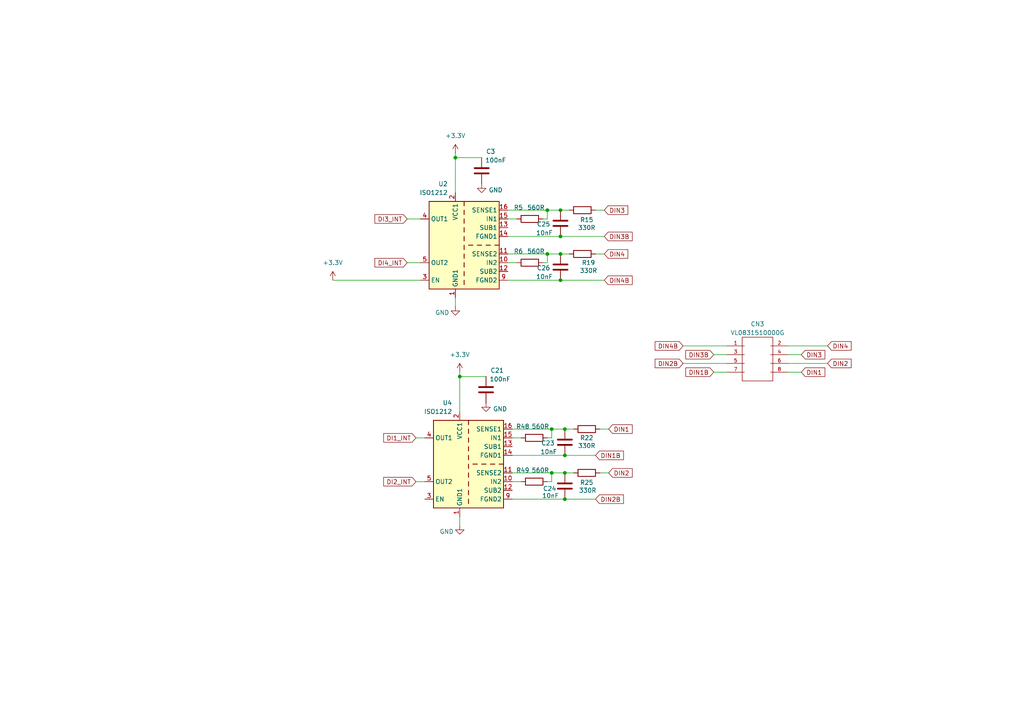
<source format=kicad_sch>
(kicad_sch (version 20231120) (generator "eeschema") (generator_version "8.0")
  (paper "A4")
  (lib_symbols
    (symbol "DMUtils:VL0831510000G"
      (property "Reference" "U" (at 0 0 0))
      (property "Value" "VL0831510000G" (at 0 -8.128 0))
      (symbol "VL0831510000G_0_1"
        (rectangle (start -4.445 6.35) (end 4.445 -6.35))
      )
      (symbol "VL0831510000G_1_0"
        (pin passive line (at -8.89 3.81 0) (length 5.08) (name "~") (number "1"))
      )
      (symbol "VL0831510000G_1_1"
        (pin passive line (at 8.89 3.81 180) (length 5.08) (name "~") (number "2"))
        (pin passive line (at -8.89 1.27 0) (length 5.08) (name "~") (number "3"))
        (pin passive line (at 8.89 1.27 180) (length 5.08) (name "~") (number "4"))
        (pin passive line (at -8.89 -1.27 0) (length 5.08) (name "~") (number "5"))
        (pin passive line (at 8.89 -1.27 180) (length 5.08) (name "~") (number "6"))
        (pin passive line (at -8.89 -3.81 0) (length 5.08) (name "~") (number "7"))
        (pin passive line (at 8.89 -3.81 180) (length 5.08) (name "~") (number "8"))
      )
    )
    (symbol "Device:C" (pin_numbers hide) (pin_names (offset 0.254))
      (property "Reference" "C" (at 0.635 2.54 0))
      (property "Value" "C" (at 0.635 -2.54 0))
      (symbol "C_0_1"
        (polyline (pts (xy -2.032 -0.762) (xy 2.032 -0.762)) (stroke (width 0.508)))
        (polyline (pts (xy -2.032 0.762) (xy 2.032 0.762)) (stroke (width 0.508)))
      )
      (symbol "C_1_1"
        (pin passive line (at 0 3.81 270) (length 2.794) (name "~") (number "1"))
        (pin passive line (at 0 -3.81 90) (length 2.794) (name "~") (number "2"))
      )
    )
    (symbol "Device:R" (pin_numbers hide) (pin_names (offset 0))
      (property "Reference" "R" (at 2.032 0 90))
      (property "Value" "R" (at 0 0 90))
      (symbol "R_0_1"
        (rectangle (start -1.016 -2.54) (end 1.016 2.54) (stroke (width 0.254)))
      )
      (symbol "R_1_1"
        (pin passive line (at 0 3.81 270) (length 1.27) (name "~") (number "1"))
        (pin passive line (at 0 -3.81 90) (length 1.27) (name "~") (number "2"))
      )
    )
    (symbol "Isolator:ISO1212"
      (property "Reference" "U" (at -8.89 13.97 0))
      (property "Value" "ISO1212" (at 8.89 13.97 0))
      (symbol "ISO1212_0_1"
        (rectangle (start -10.16 12.7) (end 10.16 -12.7) (stroke (width 0.254)) (fill (type background)))
        (polyline (pts (xy -8.89 0) (xy -10.16 0)) (stroke (width 0.254)))
        (polyline (pts (xy -6.35 0) (xy -7.62 0)) (stroke (width 0.254)))
        (polyline (pts (xy -3.81 0) (xy -5.08 0)) (stroke (width 0.254)))
        (polyline (pts (xy -1.27 0) (xy -2.54 0)) (stroke (width 0.254)))
        (polyline (pts (xy 0 -10.16) (xy 0 -11.43)) (stroke (width 0.254)))
        (polyline (pts (xy 0 -7.62) (xy 0 -8.89)) (stroke (width 0.254)))
        (polyline (pts (xy 0 -6.35) (xy 0 -5.08)) (stroke (width 0.254)))
        (polyline (pts (xy 0 -3.81) (xy 0 -2.54)) (stroke (width 0.254)))
        (polyline (pts (xy 0 -1.27) (xy 0 0)) (stroke (width 0.254)))
        (polyline (pts (xy 0 1.27) (xy 0 2.54)) (stroke (width 0.254)))
        (polyline (pts (xy 0 3.81) (xy 0 5.08)) (stroke (width 0.254)))
        (polyline (pts (xy 0 6.35) (xy 0 7.62)) (stroke (width 0.254)))
        (polyline (pts (xy 0 8.89) (xy 0 10.16)) (stroke (width 0.254)))
        (polyline (pts (xy 0 11.43) (xy 0 12.7)) (stroke (width 0.254)))
      )
      (symbol "ISO1212_1_1"
        (pin power_in line (at 2.54 -15.24 90) (length 2.54) (name "GND1") (number "1"))
        (pin input line (at -12.7 -5.08 0) (length 2.54) (name "IN2") (number "10"))
        (pin input line (at -12.7 -2.54 0) (length 2.54) (name "SENSE2") (number "11"))
        (pin passive line (at -12.7 -7.62 0) (length 2.54) (name "SUB2") (number "12"))
        (pin passive line (at -12.7 5.08 0) (length 2.54) (name "SUB1") (number "13"))
        (pin power_in line (at -12.7 2.54 0) (length 2.54) (name "FGND1") (number "14"))
        (pin input line (at -12.7 7.62 0) (length 2.54) (name "IN1") (number "15"))
        (pin input line (at -12.7 10.16 0) (length 2.54) (name "SENSE1") (number "16"))
        (pin power_in line (at 2.54 15.24 270) (length 2.54) (name "VCC1") (number "2"))
        (pin input line (at 12.7 -10.16 180) (length 2.54) (name "EN") (number "3"))
        (pin tri_state line (at 12.7 7.62 180) (length 2.54) (name "OUT1") (number "4"))
        (pin tri_state line (at 12.7 -5.08 180) (length 2.54) (name "OUT2") (number "5"))
        (pin no_connect line (at 10.16 2.54 180) (length 2.54) hide (name "NC") (number "6"))
        (pin no_connect line (at 10.16 0 180) (length 2.54) hide (name "NC") (number "7"))
        (pin passive line (at 2.54 -15.24 90) (length 2.54) hide (name "GND1") (number "8"))
        (pin power_in line (at -12.7 -10.16 0) (length 2.54) (name "FGND2") (number "9"))
      )
    )
    (symbol "power:+3.3V" (power) (pin_numbers hide) (pin_names (offset 0) hide)
      (property "Value" "+3.3V" (at 0 3.556 0))
      (symbol "+3.3V_0_1"
        (polyline (pts (xy -0.762 1.27) (xy 0 2.54)))
        (polyline (pts (xy 0 0) (xy 0 2.54)))
        (polyline (pts (xy 0 2.54) (xy 0.762 1.27)))
      )
      (symbol "+3.3V_1_1"
        (pin power_in line (at 0 0 90) (length 0) (name "~") (number "1"))
      )
    )
    (symbol "power:GND" (power) (pin_numbers hide) (pin_names (offset 0) hide)
      (property "Value" "GND" (at 0 -3.81 0))
      (symbol "GND_0_1"
        (polyline (pts (xy 0 0) (xy 0 -1.27) (xy 1.27 -1.27) (xy 0 -2.54) (xy -1.27 -1.27) (xy 0 -1.27)))
      )
      (symbol "GND_1_1"
        (pin power_in line (at 0 0 270) (length 0) (name "~") (number "1"))
      )
    )
  )
  (junction (at 160.02 137.16))
  (junction (at 163.83 137.16))
  (junction (at 162.56 81.28))
  (junction (at 163.83 144.78))
  (junction (at 163.83 124.46))
  (junction (at 132.08 45.72))
  (junction (at 163.83 132.08))
  (junction (at 160.02 124.46))
  (junction (at 158.75 73.66))
  (junction (at 133.35 109.22))
  (junction (at 162.56 60.96))
  (junction (at 162.56 73.66))
  (junction (at 158.75 60.96))
  (junction (at 162.56 68.58))
  (wire (pts (xy 228.6 105.41) (xy 240.03 105.41)))
  (wire (pts (xy 147.32 76.2) (xy 149.86 76.2)))
  (wire (pts (xy 172.72 144.78) (xy 163.83 144.78)))
  (wire (pts (xy 160.02 137.16) (xy 160.02 139.7)))
  (wire (pts (xy 173.99 124.46) (xy 176.53 124.46)))
  (wire (pts (xy 207.01 107.95) (xy 210.82 107.95)))
  (wire (pts (xy 147.32 73.66) (xy 158.75 73.66)))
  (wire (pts (xy 175.26 81.28) (xy 162.56 81.28)))
  (wire (pts (xy 148.59 139.7) (xy 151.13 139.7)))
  (wire (pts (xy 198.12 105.41) (xy 210.82 105.41)))
  (wire (pts (xy 198.12 100.33) (xy 210.82 100.33)))
  (wire (pts (xy 132.08 44.45) (xy 132.08 45.72)))
  (wire (pts (xy 162.56 81.28) (xy 147.32 81.28)))
  (wire (pts (xy 120.65 139.7) (xy 123.19 139.7)))
  (wire (pts (xy 172.72 73.66) (xy 175.26 73.66)))
  (wire (pts (xy 162.56 60.96) (xy 165.1 60.96)))
  (wire (pts (xy 96.52 81.28) (xy 121.92 81.28)))
  (wire (pts (xy 163.83 124.46) (xy 166.37 124.46)))
  (wire (pts (xy 132.08 45.72) (xy 132.08 55.88)))
  (wire (pts (xy 132.08 45.72) (xy 139.7 45.72)))
  (wire (pts (xy 160.02 137.16) (xy 163.83 137.16)))
  (wire (pts (xy 163.83 144.78) (xy 148.59 144.78)))
  (wire (pts (xy 172.72 132.08) (xy 163.83 132.08)))
  (wire (pts (xy 120.65 127) (xy 123.19 127)))
  (wire (pts (xy 148.59 124.46) (xy 160.02 124.46)))
  (wire (pts (xy 163.83 137.16) (xy 166.37 137.16)))
  (wire (pts (xy 207.01 102.87) (xy 210.82 102.87)))
  (wire (pts (xy 228.6 102.87) (xy 232.41 102.87)))
  (wire (pts (xy 147.32 63.5) (xy 149.86 63.5)))
  (wire (pts (xy 228.6 107.95) (xy 232.41 107.95)))
  (wire (pts (xy 158.75 60.96) (xy 158.75 63.5)))
  (wire (pts (xy 133.35 109.22) (xy 133.35 119.38)))
  (wire (pts (xy 175.26 68.58) (xy 162.56 68.58)))
  (wire (pts (xy 162.56 73.66) (xy 165.1 73.66)))
  (wire (pts (xy 158.75 73.66) (xy 162.56 73.66)))
  (wire (pts (xy 160.02 124.46) (xy 160.02 127)))
  (wire (pts (xy 172.72 60.96) (xy 175.26 60.96)))
  (wire (pts (xy 162.56 68.58) (xy 147.32 68.58)))
  (wire (pts (xy 148.59 127) (xy 151.13 127)))
  (wire (pts (xy 158.75 73.66) (xy 158.75 76.2)))
  (wire (pts (xy 118.11 63.5) (xy 121.92 63.5)))
  (wire (pts (xy 158.75 60.96) (xy 162.56 60.96)))
  (wire (pts (xy 133.35 107.95) (xy 133.35 109.22)))
  (wire (pts (xy 228.6 100.33) (xy 240.03 100.33)))
  (wire (pts (xy 118.11 76.2) (xy 121.92 76.2)))
  (wire (pts (xy 147.32 60.96) (xy 158.75 60.96)))
  (wire (pts (xy 158.75 139.7) (xy 160.02 139.7)))
  (wire (pts (xy 132.08 88.9) (xy 132.08 86.36)))
  (wire (pts (xy 133.35 109.22) (xy 140.97 109.22)))
  (wire (pts (xy 148.59 137.16) (xy 160.02 137.16)))
  (wire (pts (xy 173.99 137.16) (xy 176.53 137.16)))
  (wire (pts (xy 160.02 124.46) (xy 163.83 124.46)))
  (wire (pts (xy 163.83 132.08) (xy 148.59 132.08)))
  (wire (pts (xy 157.48 76.2) (xy 158.75 76.2)))
  (wire (pts (xy 157.48 63.5) (xy 158.75 63.5)))
  (wire (pts (xy 158.75 127) (xy 160.02 127)))
  (wire (pts (xy 133.35 152.4) (xy 133.35 149.86)))
  (global_label "DIN3B" (shape input) (at 207.01 102.87 180) (property "Intersheetrefs" "${INTERSHEET_REFS}" (effects (hide yes))))
  (global_label "DIN1" (shape input) (at 176.53 124.46 0) (property "Intersheetrefs" "${INTERSHEET_REFS}" (effects (hide yes))))
  (global_label "DI4_INT" (shape input) (at 118.11 76.2 180) (property "Intersheetrefs" "${INTERSHEET_REFS}" (effects (hide yes))))
  (global_label "DI3_INT" (shape input) (at 118.11 63.5 180) (property "Intersheetrefs" "${INTERSHEET_REFS}" (effects (hide yes))))
  (global_label "DIN2B" (shape input) (at 198.12 105.41 180) (property "Intersheetrefs" "${INTERSHEET_REFS}" (effects (hide yes))))
  (global_label "DIN4" (shape input) (at 240.03 100.33 0) (property "Intersheetrefs" "${INTERSHEET_REFS}" (effects (hide yes))))
  (global_label "DIN4" (shape input) (at 175.26 73.66 0) (property "Intersheetrefs" "${INTERSHEET_REFS}" (effects (hide yes))))
  (global_label "DIN3B" (shape input) (at 175.26 68.58 0) (property "Intersheetrefs" "${INTERSHEET_REFS}" (effects (hide yes))))
  (global_label "DIN1B" (shape input) (at 172.72 132.08 0) (property "Intersheetrefs" "${INTERSHEET_REFS}" (effects (hide yes))))
  (global_label "DIN2B" (shape input) (at 172.72 144.78 0) (property "Intersheetrefs" "${INTERSHEET_REFS}" (effects (hide yes))))
  (global_label "DIN2" (shape input) (at 240.03 105.41 0) (property "Intersheetrefs" "${INTERSHEET_REFS}" (effects (hide yes))))
  (global_label "DI2_INT" (shape input) (at 120.65 139.7 180) (property "Intersheetrefs" "${INTERSHEET_REFS}" (effects (hide yes))))
  (global_label "DIN2" (shape input) (at 176.53 137.16 0) (property "Intersheetrefs" "${INTERSHEET_REFS}" (effects (hide yes))))
  (global_label "DIN4B" (shape input) (at 198.12 100.33 180) (property "Intersheetrefs" "${INTERSHEET_REFS}" (effects (hide yes))))
  (global_label "DI1_INT" (shape input) (at 120.65 127 180) (property "Intersheetrefs" "${INTERSHEET_REFS}" (effects (hide yes))))
  (global_label "DIN1" (shape input) (at 232.41 107.95 0) (property "Intersheetrefs" "${INTERSHEET_REFS}" (effects (hide yes))))
  (global_label "DIN3" (shape input) (at 175.26 60.96 0) (property "Intersheetrefs" "${INTERSHEET_REFS}" (effects (hide yes))))
  (global_label "DIN3" (shape input) (at 232.41 102.87 0) (property "Intersheetrefs" "${INTERSHEET_REFS}" (effects (hide yes))))
  (global_label "DIN1B" (shape input) (at 207.01 107.95 180) (property "Intersheetrefs" "${INTERSHEET_REFS}" (effects (hide yes))))
  (global_label "DIN4B" (shape input) (at 175.26 81.28 0) (property "Intersheetrefs" "${INTERSHEET_REFS}" (effects (hide yes))))
  (symbol (lib_id "Device:R") (at 170.18 137.16 270) (unit 1)
    (property "Reference" "R25" (at 170.18 139.954 90))
    (property "Value" "330R" (at 170.434 142.24 90))
    (property "Footprint" "Resistor_SMD:R_0805_2012Metric" (effects (hide yes)))
    (property "Description" "Resistor" (effects (hide yes)))
  )
  (symbol (lib_id "Device:R") (at 154.94 127 270) (unit 1)
    (property "Reference" "R48" (at 151.638 123.698 90))
    (property "Value" "560R" (at 156.718 123.698 90))
    (property "Footprint" "Resistor_SMD:R_0805_2012Metric" (effects (hide yes)))
    (property "Description" "Resistor" (effects (hide yes)))
  )
  (symbol (lib_id "power:GND") (at 133.35 152.4 0) (unit 1)
    (property "Reference" "#PWR026" (effects (hide yes)))
    (property "Value" "GND" (at 129.54 154.178 0))
    (property "Description" "Power symbol creates a global label with name \"GND\" , ground" (effects (hide yes)))
  )
  (symbol (lib_id "Device:R") (at 153.67 63.5 270) (unit 1)
    (property "Reference" "R5" (at 150.368 60.198 90))
    (property "Value" "560R" (at 155.448 60.198 90))
    (property "Footprint" "Resistor_SMD:R_0805_2012Metric" (effects (hide yes)))
    (property "Description" "Resistor" (effects (hide yes)))
  )
  (symbol (lib_id "power:GND") (at 132.08 88.9 0) (unit 1)
    (property "Reference" "#PWR022" (effects (hide yes)))
    (property "Value" "GND" (at 128.27 90.678 0))
    (property "Description" "Power symbol creates a global label with name \"GND\" , ground" (effects (hide yes)))
  )
  (symbol (lib_id "power:GND") (at 140.97 116.84 0) (unit 1)
    (property "Reference" "#PWR030" (effects (hide yes)))
    (property "Value" "GND" (at 145.034 118.618 0))
    (property "Description" "Power symbol creates a global label with name \"GND\" , ground" (effects (hide yes)))
  )
  (symbol (lib_id "Device:R") (at 168.91 73.66 270) (unit 1)
    (property "Reference" "R19" (at 170.688 76.2 90))
    (property "Value" "330R" (at 170.688 78.486 90))
    (property "Footprint" "Resistor_SMD:R_0805_2012Metric" (effects (hide yes)))
    (property "Description" "Resistor" (effects (hide yes)))
  )
  (symbol (lib_id "power:GND") (at 139.7 53.34 0) (unit 1)
    (property "Reference" "#PWR015" (effects (hide yes)))
    (property "Value" "GND" (at 143.764 55.118 0))
    (property "Description" "Power symbol creates a global label with name \"GND\" , ground" (effects (hide yes)))
  )
  (symbol (lib_id "Isolator:ISO1212") (at 135.89 134.62 0) (mirror y) (unit 1)
    (property "Reference" "U4" (at 131.1559 116.84 0) (effects (justify left)))
    (property "Value" "ISO1212" (at 131.1559 119.38 0) (effects (justify left)))
    (property "Footprint" "Package_SO:SSOP-16_3.9x4.9mm_P0.635mm" (effects (hide yes)))
    (property "Datasheet" "http://www.ti.com/lit/ds/symlink/iso1212.pdf" (effects (hide yes)))
    (property "Description" "Isolated, 2 Channels, 24 to 60V Digital Inputs Receiver, SSOP-16" (effects (hide yes)))
  )
  (symbol (lib_id "Device:C") (at 163.83 128.27 0) (unit 1)
    (property "Reference" "C23" (at 156.972 128.524 0) (effects (justify left)))
    (property "Value" "10nF" (at 156.718 131.064 0) (effects (justify left)))
    (property "Footprint" "Capacitor_SMD:C_0805_2012Metric" (effects (hide yes)))
    (property "Description" "Unpolarized capacitor" (effects (hide yes)))
  )
  (symbol (lib_id "power:+3.3V") (at 133.35 107.95 0) (unit 1)
    (property "Reference" "#PWR029" (effects (hide yes)))
    (property "Value" "+3.3V" (at 133.35 102.87 0))
    (property "Description" "Power symbol creates a global label with name \"+3.3V\"" (effects (hide yes)))
  )
  (symbol (lib_id "Device:R") (at 153.67 76.2 270) (unit 1)
    (property "Reference" "R6" (at 150.368 72.898 90))
    (property "Value" "560R" (at 155.448 72.898 90))
    (property "Footprint" "Resistor_SMD:R_0805_2012Metric" (effects (hide yes)))
    (property "Description" "Resistor" (effects (hide yes)))
  )
  (symbol (lib_id "Device:R") (at 168.91 60.96 270) (unit 1)
    (property "Reference" "R15" (at 170.18 63.754 90))
    (property "Value" "330R" (at 170.18 66.04 90))
    (property "Footprint" "Resistor_SMD:R_0805_2012Metric" (effects (hide yes)))
    (property "Description" "Resistor" (effects (hide yes)))
  )
  (symbol (lib_id "power:+3.3V") (at 96.52 81.28 0) (unit 1)
    (property "Reference" "#PWR028" (effects (hide yes)))
    (property "Value" "+3.3V" (at 96.52 76.2 0))
    (property "Description" "Power symbol creates a global label with name \"+3.3V\"" (effects (hide yes)))
  )
  (symbol (lib_id "Isolator:ISO1212") (at 134.62 71.12 0) (mirror y) (unit 1)
    (property "Reference" "U2" (at 129.8859 53.34 0) (effects (justify left)))
    (property "Value" "ISO1212" (at 129.8859 55.88 0) (effects (justify left)))
    (property "Footprint" "Package_SO:SSOP-16_3.9x4.9mm_P0.635mm" (effects (hide yes)))
    (property "Datasheet" "http://www.ti.com/lit/ds/symlink/iso1212.pdf" (effects (hide yes)))
    (property "Description" "Isolated, 2 Channels, 24 to 60V Digital Inputs Receiver, SSOP-16" (effects (hide yes)))
  )
  (symbol (lib_id "Device:R") (at 154.94 139.7 270) (unit 1)
    (property "Reference" "R49" (at 151.638 136.398 90))
    (property "Value" "560R" (at 156.718 136.398 90))
    (property "Footprint" "Resistor_SMD:R_0805_2012Metric" (effects (hide yes)))
    (property "Description" "Resistor" (effects (hide yes)))
  )
  (symbol (lib_id "Device:C") (at 162.56 77.47 0) (unit 1)
    (property "Reference" "C26" (at 155.702 77.724 0) (effects (justify left)))
    (property "Value" "10nF" (at 155.448 80.264 0) (effects (justify left)))
    (property "Footprint" "Capacitor_SMD:C_0805_2012Metric" (effects (hide yes)))
    (property "Description" "Unpolarized capacitor" (effects (hide yes)))
  )
  (symbol (lib_id "Device:C") (at 163.83 140.97 0) (unit 1)
    (property "Reference" "C24" (at 157.48 141.732 0) (effects (justify left)))
    (property "Value" "10nF" (at 157.226 143.764 0) (effects (justify left)))
    (property "Footprint" "Capacitor_SMD:C_0805_2012Metric" (effects (hide yes)))
    (property "Description" "Unpolarized capacitor" (effects (hide yes)))
  )
  (symbol (lib_id "Device:C") (at 139.7 49.53 0) (unit 1)
    (property "Reference" "C3" (at 140.97 43.942 0) (effects (justify left)))
    (property "Value" "100nF" (at 140.716 46.482 0) (effects (justify left)))
    (property "Footprint" "Capacitor_SMD:C_0805_2012Metric" (effects (hide yes)))
    (property "Description" "Unpolarized capacitor" (effects (hide yes)))
  )
  (symbol (lib_id "Device:R") (at 170.18 124.46 270) (unit 1)
    (property "Reference" "R22" (at 170.18 127 90))
    (property "Value" "330R" (at 170.18 129.286 90))
    (property "Footprint" "Resistor_SMD:R_0805_2012Metric" (effects (hide yes)))
    (property "Description" "Resistor" (effects (hide yes)))
  )
  (symbol (lib_id "Device:C") (at 140.97 113.03 0) (unit 1)
    (property "Reference" "C21" (at 142.24 107.442 0) (effects (justify left)))
    (property "Value" "100nF" (at 141.986 109.982 0) (effects (justify left)))
    (property "Footprint" "Capacitor_SMD:C_0805_2012Metric" (effects (hide yes)))
    (property "Description" "Unpolarized capacitor" (effects (hide yes)))
  )
  (symbol (lib_id "Device:C") (at 162.56 64.77 0) (unit 1)
    (property "Reference" "C25" (at 155.702 65.024 0) (effects (justify left)))
    (property "Value" "10nF" (at 155.448 67.564 0) (effects (justify left)))
    (property "Footprint" "Capacitor_SMD:C_0805_2012Metric" (effects (hide yes)))
    (property "Description" "Unpolarized capacitor" (effects (hide yes)))
  )
  (symbol (lib_id "DMUtils:VL0831510000G") (at 219.71 104.14 0) (unit 1)
    (property "Reference" "CN3" (at 219.71 93.98 0))
    (property "Value" "VL0831510000G" (at 219.71 96.52 0))
    (property "Footprint" "DMUtils:VL0831510000G" (effects (hide yes)))
  )
  (symbol (lib_id "power:+3.3V") (at 132.08 44.45 0) (unit 1)
    (property "Reference" "#PWR03" (effects (hide yes)))
    (property "Value" "+3.3V" (at 132.08 39.37 0))
    (property "Description" "Power symbol creates a global label with name \"+3.3V\"" (effects (hide yes)))
  )
)
</source>
